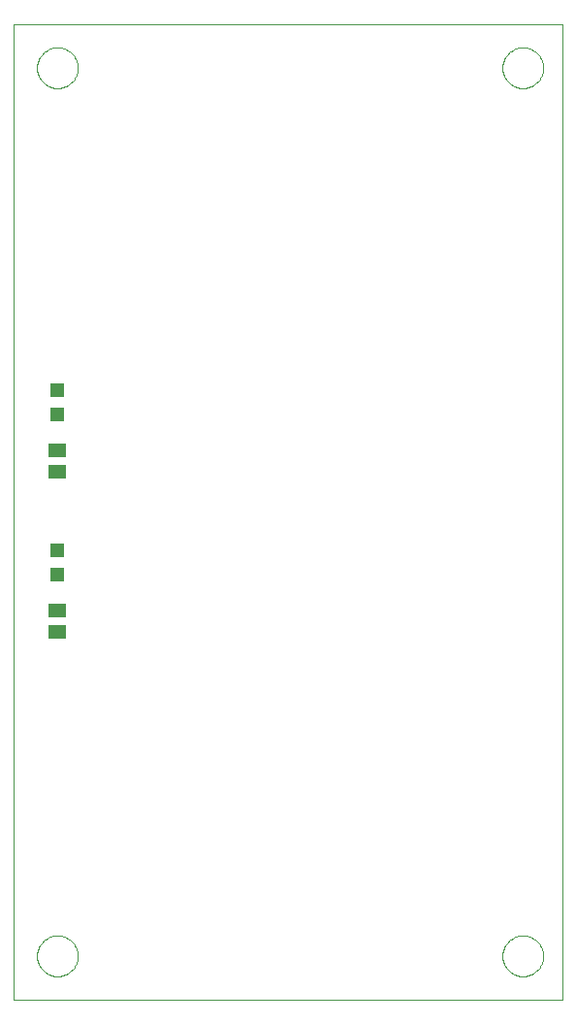
<source format=gtp>
G75*
%MOIN*%
%OFA0B0*%
%FSLAX24Y24*%
%IPPOS*%
%LPD*%
%AMOC8*
5,1,8,0,0,1.08239X$1,22.5*
%
%ADD10C,0.0000*%
%ADD11R,0.0472X0.0472*%
%ADD12R,0.0591X0.0512*%
D10*
X000100Y000100D02*
X000100Y033596D01*
X018970Y033596D01*
X018970Y000100D01*
X000100Y000100D01*
X000900Y001600D02*
X000902Y001652D01*
X000908Y001704D01*
X000918Y001756D01*
X000931Y001806D01*
X000948Y001856D01*
X000969Y001904D01*
X000994Y001950D01*
X001022Y001994D01*
X001053Y002036D01*
X001087Y002076D01*
X001124Y002113D01*
X001164Y002147D01*
X001206Y002178D01*
X001250Y002206D01*
X001296Y002231D01*
X001344Y002252D01*
X001394Y002269D01*
X001444Y002282D01*
X001496Y002292D01*
X001548Y002298D01*
X001600Y002300D01*
X001652Y002298D01*
X001704Y002292D01*
X001756Y002282D01*
X001806Y002269D01*
X001856Y002252D01*
X001904Y002231D01*
X001950Y002206D01*
X001994Y002178D01*
X002036Y002147D01*
X002076Y002113D01*
X002113Y002076D01*
X002147Y002036D01*
X002178Y001994D01*
X002206Y001950D01*
X002231Y001904D01*
X002252Y001856D01*
X002269Y001806D01*
X002282Y001756D01*
X002292Y001704D01*
X002298Y001652D01*
X002300Y001600D01*
X002298Y001548D01*
X002292Y001496D01*
X002282Y001444D01*
X002269Y001394D01*
X002252Y001344D01*
X002231Y001296D01*
X002206Y001250D01*
X002178Y001206D01*
X002147Y001164D01*
X002113Y001124D01*
X002076Y001087D01*
X002036Y001053D01*
X001994Y001022D01*
X001950Y000994D01*
X001904Y000969D01*
X001856Y000948D01*
X001806Y000931D01*
X001756Y000918D01*
X001704Y000908D01*
X001652Y000902D01*
X001600Y000900D01*
X001548Y000902D01*
X001496Y000908D01*
X001444Y000918D01*
X001394Y000931D01*
X001344Y000948D01*
X001296Y000969D01*
X001250Y000994D01*
X001206Y001022D01*
X001164Y001053D01*
X001124Y001087D01*
X001087Y001124D01*
X001053Y001164D01*
X001022Y001206D01*
X000994Y001250D01*
X000969Y001296D01*
X000948Y001344D01*
X000931Y001394D01*
X000918Y001444D01*
X000908Y001496D01*
X000902Y001548D01*
X000900Y001600D01*
X016900Y001600D02*
X016902Y001652D01*
X016908Y001704D01*
X016918Y001756D01*
X016931Y001806D01*
X016948Y001856D01*
X016969Y001904D01*
X016994Y001950D01*
X017022Y001994D01*
X017053Y002036D01*
X017087Y002076D01*
X017124Y002113D01*
X017164Y002147D01*
X017206Y002178D01*
X017250Y002206D01*
X017296Y002231D01*
X017344Y002252D01*
X017394Y002269D01*
X017444Y002282D01*
X017496Y002292D01*
X017548Y002298D01*
X017600Y002300D01*
X017652Y002298D01*
X017704Y002292D01*
X017756Y002282D01*
X017806Y002269D01*
X017856Y002252D01*
X017904Y002231D01*
X017950Y002206D01*
X017994Y002178D01*
X018036Y002147D01*
X018076Y002113D01*
X018113Y002076D01*
X018147Y002036D01*
X018178Y001994D01*
X018206Y001950D01*
X018231Y001904D01*
X018252Y001856D01*
X018269Y001806D01*
X018282Y001756D01*
X018292Y001704D01*
X018298Y001652D01*
X018300Y001600D01*
X018298Y001548D01*
X018292Y001496D01*
X018282Y001444D01*
X018269Y001394D01*
X018252Y001344D01*
X018231Y001296D01*
X018206Y001250D01*
X018178Y001206D01*
X018147Y001164D01*
X018113Y001124D01*
X018076Y001087D01*
X018036Y001053D01*
X017994Y001022D01*
X017950Y000994D01*
X017904Y000969D01*
X017856Y000948D01*
X017806Y000931D01*
X017756Y000918D01*
X017704Y000908D01*
X017652Y000902D01*
X017600Y000900D01*
X017548Y000902D01*
X017496Y000908D01*
X017444Y000918D01*
X017394Y000931D01*
X017344Y000948D01*
X017296Y000969D01*
X017250Y000994D01*
X017206Y001022D01*
X017164Y001053D01*
X017124Y001087D01*
X017087Y001124D01*
X017053Y001164D01*
X017022Y001206D01*
X016994Y001250D01*
X016969Y001296D01*
X016948Y001344D01*
X016931Y001394D01*
X016918Y001444D01*
X016908Y001496D01*
X016902Y001548D01*
X016900Y001600D01*
X016900Y032100D02*
X016902Y032152D01*
X016908Y032204D01*
X016918Y032256D01*
X016931Y032306D01*
X016948Y032356D01*
X016969Y032404D01*
X016994Y032450D01*
X017022Y032494D01*
X017053Y032536D01*
X017087Y032576D01*
X017124Y032613D01*
X017164Y032647D01*
X017206Y032678D01*
X017250Y032706D01*
X017296Y032731D01*
X017344Y032752D01*
X017394Y032769D01*
X017444Y032782D01*
X017496Y032792D01*
X017548Y032798D01*
X017600Y032800D01*
X017652Y032798D01*
X017704Y032792D01*
X017756Y032782D01*
X017806Y032769D01*
X017856Y032752D01*
X017904Y032731D01*
X017950Y032706D01*
X017994Y032678D01*
X018036Y032647D01*
X018076Y032613D01*
X018113Y032576D01*
X018147Y032536D01*
X018178Y032494D01*
X018206Y032450D01*
X018231Y032404D01*
X018252Y032356D01*
X018269Y032306D01*
X018282Y032256D01*
X018292Y032204D01*
X018298Y032152D01*
X018300Y032100D01*
X018298Y032048D01*
X018292Y031996D01*
X018282Y031944D01*
X018269Y031894D01*
X018252Y031844D01*
X018231Y031796D01*
X018206Y031750D01*
X018178Y031706D01*
X018147Y031664D01*
X018113Y031624D01*
X018076Y031587D01*
X018036Y031553D01*
X017994Y031522D01*
X017950Y031494D01*
X017904Y031469D01*
X017856Y031448D01*
X017806Y031431D01*
X017756Y031418D01*
X017704Y031408D01*
X017652Y031402D01*
X017600Y031400D01*
X017548Y031402D01*
X017496Y031408D01*
X017444Y031418D01*
X017394Y031431D01*
X017344Y031448D01*
X017296Y031469D01*
X017250Y031494D01*
X017206Y031522D01*
X017164Y031553D01*
X017124Y031587D01*
X017087Y031624D01*
X017053Y031664D01*
X017022Y031706D01*
X016994Y031750D01*
X016969Y031796D01*
X016948Y031844D01*
X016931Y031894D01*
X016918Y031944D01*
X016908Y031996D01*
X016902Y032048D01*
X016900Y032100D01*
X000900Y032100D02*
X000902Y032152D01*
X000908Y032204D01*
X000918Y032256D01*
X000931Y032306D01*
X000948Y032356D01*
X000969Y032404D01*
X000994Y032450D01*
X001022Y032494D01*
X001053Y032536D01*
X001087Y032576D01*
X001124Y032613D01*
X001164Y032647D01*
X001206Y032678D01*
X001250Y032706D01*
X001296Y032731D01*
X001344Y032752D01*
X001394Y032769D01*
X001444Y032782D01*
X001496Y032792D01*
X001548Y032798D01*
X001600Y032800D01*
X001652Y032798D01*
X001704Y032792D01*
X001756Y032782D01*
X001806Y032769D01*
X001856Y032752D01*
X001904Y032731D01*
X001950Y032706D01*
X001994Y032678D01*
X002036Y032647D01*
X002076Y032613D01*
X002113Y032576D01*
X002147Y032536D01*
X002178Y032494D01*
X002206Y032450D01*
X002231Y032404D01*
X002252Y032356D01*
X002269Y032306D01*
X002282Y032256D01*
X002292Y032204D01*
X002298Y032152D01*
X002300Y032100D01*
X002298Y032048D01*
X002292Y031996D01*
X002282Y031944D01*
X002269Y031894D01*
X002252Y031844D01*
X002231Y031796D01*
X002206Y031750D01*
X002178Y031706D01*
X002147Y031664D01*
X002113Y031624D01*
X002076Y031587D01*
X002036Y031553D01*
X001994Y031522D01*
X001950Y031494D01*
X001904Y031469D01*
X001856Y031448D01*
X001806Y031431D01*
X001756Y031418D01*
X001704Y031408D01*
X001652Y031402D01*
X001600Y031400D01*
X001548Y031402D01*
X001496Y031408D01*
X001444Y031418D01*
X001394Y031431D01*
X001344Y031448D01*
X001296Y031469D01*
X001250Y031494D01*
X001206Y031522D01*
X001164Y031553D01*
X001124Y031587D01*
X001087Y031624D01*
X001053Y031664D01*
X001022Y031706D01*
X000994Y031750D01*
X000969Y031796D01*
X000948Y031844D01*
X000931Y031894D01*
X000918Y031944D01*
X000908Y031996D01*
X000902Y032048D01*
X000900Y032100D01*
D11*
X001600Y021013D03*
X001600Y020187D03*
X001600Y015513D03*
X001600Y014687D03*
D12*
X001600Y013474D03*
X001600Y012726D03*
X001600Y018226D03*
X001600Y018974D03*
M02*

</source>
